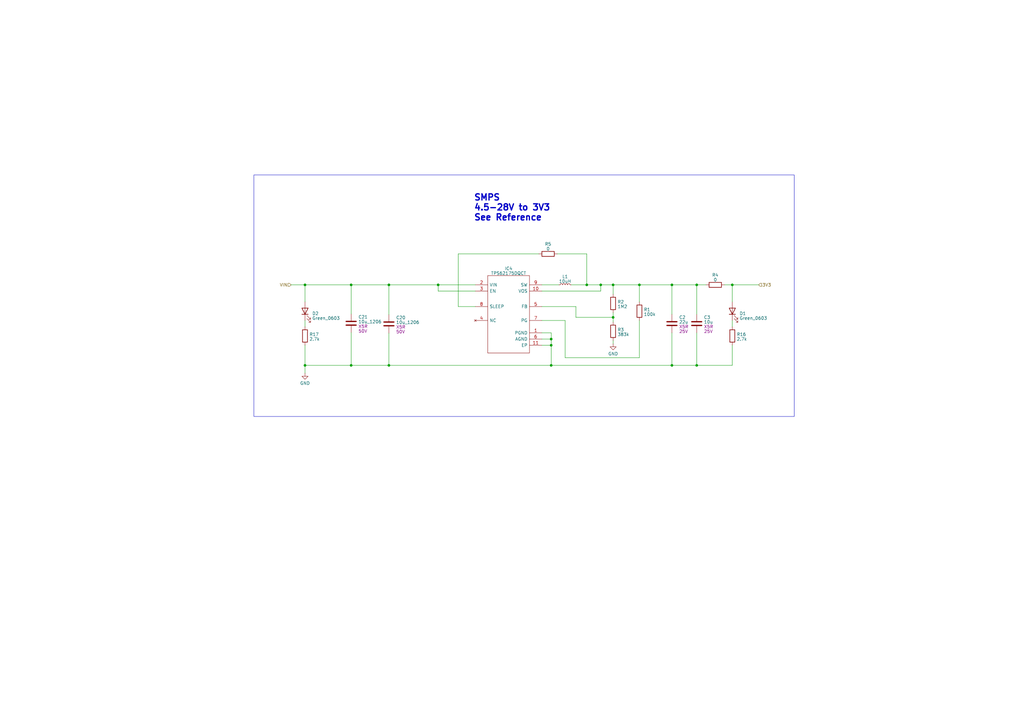
<source format=kicad_sch>
(kicad_sch (version 20230121) (generator eeschema)
  (paper "A3")
  (lib_symbols
    (symbol "Capacitor_JLC:10u" (pin_numbers hide) (pin_names (offset 0.254))
      (property "Reference" "C" (at 0.635 2.54 0))
      (property "Value" "10u" (at 0.635 -2.54 0))
      (property "Type" "X5R" (at 5.08 2.54 0))
      (property "Voltage" "25V" (at 5.08 0 0))
      (symbol "10u_0_1"
        (polyline (pts (xy -2.032 -0.762) (xy 2.032 -0.762)) (stroke (width 0.508)))
        (polyline (pts (xy -2.032 0.762) (xy 2.032 0.762)) (stroke (width 0.508)))
      )
      (symbol "10u_1_1"
        (pin passive line (at 0 3.81 270) (length 2.794) (name "~") (number "1"))
        (pin passive line (at 0 -3.81 90) (length 2.794) (name "~") (number "2"))
      )
    )
    (symbol "Capacitor_JLC:10u_1206" (pin_numbers hide) (pin_names (offset 0.254))
      (property "Reference" "C" (at 0.635 2.54 0))
      (property "Value" "10u_1206" (at 0.635 -2.54 0))
      (property "Type" "X5R" (at 5.08 2.54 0))
      (property "Voltage" "50V" (at 5.08 0 0))
      (symbol "10u_1206_0_1"
        (polyline (pts (xy -2.032 -0.762) (xy 2.032 -0.762)) (stroke (width 0.508)))
        (polyline (pts (xy -2.032 0.762) (xy 2.032 0.762)) (stroke (width 0.508)))
      )
      (symbol "10u_1206_1_1"
        (pin passive line (at 0 3.81 270) (length 2.794) (name "~") (number "1"))
        (pin passive line (at 0 -3.81 90) (length 2.794) (name "~") (number "2"))
      )
    )
    (symbol "Capacitor_JLC:22u" (pin_numbers hide) (pin_names (offset 0.254))
      (property "Reference" "C" (at 0.635 2.54 0))
      (property "Value" "22u" (at 0.635 -2.54 0))
      (property "Type" "X5R" (at 5.08 2.54 0))
      (property "Voltage" "25V" (at 5.08 0 0))
      (symbol "22u_0_1"
        (polyline (pts (xy -2.032 -0.762) (xy 2.032 -0.762)) (stroke (width 0.508)))
        (polyline (pts (xy -2.032 0.762) (xy 2.032 0.762)) (stroke (width 0.508)))
      )
      (symbol "22u_1_1"
        (pin passive line (at 0 3.81 270) (length 2.794) (name "~") (number "1"))
        (pin passive line (at 0 -3.81 90) (length 2.794) (name "~") (number "2"))
      )
    )
    (symbol "Diode_JLC:Green_0603" (pin_numbers hide) (pin_names (offset 1.016) hide)
      (property "Reference" "D" (at 0 5.08 0))
      (property "Value" "Green_0603" (at 0 3.175 0))
      (symbol "Green_0603_0_1"
        (polyline (pts (xy -1.27 -1.27) (xy -1.27 1.27)) (stroke (width 0.254)))
        (polyline (pts (xy -1.27 0) (xy 1.27 0)))
        (polyline (pts (xy 1.27 -1.27) (xy 1.27 1.27) (xy -1.27 0) (xy 1.27 -1.27)) (stroke (width 0.254)))
        (polyline (pts (xy -3.048 -0.762) (xy -4.572 -2.286) (xy -3.81 -2.286) (xy -4.572 -2.286) (xy -4.572 -1.524)))
        (polyline (pts (xy -1.778 -0.762) (xy -3.302 -2.286) (xy -2.54 -2.286) (xy -3.302 -2.286) (xy -3.302 -1.524)))
      )
      (symbol "Green_0603_1_1"
        (pin passive line (at -3.81 0 0) (length 2.54) (name "K") (number "1"))
        (pin passive line (at 3.81 0 180) (length 2.54) (name "A") (number "2"))
      )
    )
    (symbol "Inductor_JLC:10uH" (pin_numbers hide) (pin_names (offset 0.254) hide)
      (property "Reference" "L" (at 0.762 1.016 0))
      (property "Value" "10uH" (at 0.762 -1.016 0))
      (symbol "10uH_0_1"
        (arc (start 0 -2.032) (mid 0.5058 -1.524) (end 0 -1.016))
        (arc (start 0 -1.016) (mid 0.5058 -0.508) (end 0 0))
        (arc (start 0 0) (mid 0.5058 0.508) (end 0 1.016))
        (arc (start 0 1.016) (mid 0.5058 1.524) (end 0 2.032))
      )
      (symbol "10uH_1_1"
        (pin passive line (at 0 2.54 270) (length 0.508) (name "~") (number "1"))
        (pin passive line (at 0 -2.54 90) (length 0.508) (name "~") (number "2"))
      )
    )
    (symbol "Power-Drivers_JLC:TPS62175DQCT" (pin_names (offset 0.762))
      (property "Reference" "IC" (at 0 3.81 0))
      (property "Value" "TPS62175DQCT" (at 0 1.27 0))
      (symbol "TPS62175DQCT_0_0"
        (pin passive line (at 22.225 -23.495 180) (length 5.08) (name "PGND") (number "1"))
        (pin passive line (at 22.225 -6.35 180) (length 5.08) (name "VOS") (number "10"))
        (pin passive line (at 22.225 -28.575 180) (length 5.08) (name "EP") (number "11"))
        (pin passive line (at -5.08 -3.81 0) (length 5.08) (name "VIN") (number "2"))
        (pin passive line (at -5.08 -6.35 0) (length 5.08) (name "EN") (number "3"))
        (pin no_connect line (at -5.08 -18.415 0) (length 5.08) (name "NC") (number "4"))
        (pin passive line (at 22.225 -12.7 180) (length 5.08) (name "FB") (number "5"))
        (pin passive line (at 22.225 -26.035 180) (length 5.08) (name "AGND") (number "6"))
        (pin passive line (at 22.225 -18.415 180) (length 5.08) (name "PG") (number "7"))
        (pin passive line (at -5.08 -12.7 0) (length 5.08) (name "SLEEP") (number "8"))
        (pin passive line (at 22.225 -3.81 180) (length 5.08) (name "SW") (number "9"))
      )
      (symbol "TPS62175DQCT_0_1"
        (rectangle (start 0 0) (end 17.145 -31.75))
      )
    )
    (symbol "Resistor_JLC:0" (pin_numbers hide) (pin_names (offset 0))
      (property "Reference" "R" (at 2.032 0 90))
      (property "Value" "0" (at 0 0 90))
      (symbol "0_0_1"
        (rectangle (start -1.016 -2.54) (end 1.016 2.54) (stroke (width 0.254)))
      )
      (symbol "0_1_1"
        (pin passive line (at 0 3.81 270) (length 1.27) (name "~") (number "1"))
        (pin passive line (at 0 -3.81 90) (length 1.27) (name "~") (number "2"))
      )
    )
    (symbol "Resistor_JLC:100k" (pin_numbers hide) (pin_names (offset 0))
      (property "Reference" "R" (at 2.032 0 90))
      (property "Value" "100k" (at 0 0 90))
      (symbol "100k_0_1"
        (rectangle (start -1.016 -2.54) (end 1.016 2.54) (stroke (width 0.254)))
      )
      (symbol "100k_1_1"
        (pin passive line (at 0 3.81 270) (length 1.27) (name "~") (number "1"))
        (pin passive line (at 0 -3.81 90) (length 1.27) (name "~") (number "2"))
      )
    )
    (symbol "Resistor_JLC:1M2" (pin_numbers hide) (pin_names (offset 0))
      (property "Reference" "R" (at 2.032 0 90))
      (property "Value" "1M2" (at 0 0 90))
      (symbol "1M2_0_1"
        (rectangle (start -1.016 -2.54) (end 1.016 2.54) (stroke (width 0.254)))
      )
      (symbol "1M2_1_1"
        (pin passive line (at 0 3.81 270) (length 1.27) (name "~") (number "1"))
        (pin passive line (at 0 -3.81 90) (length 1.27) (name "~") (number "2"))
      )
    )
    (symbol "Resistor_JLC:2.7k" (pin_numbers hide) (pin_names (offset 0))
      (property "Reference" "R" (at 2.032 0 90))
      (property "Value" "2.7k" (at 0 0 90))
      (symbol "2.7k_0_1"
        (rectangle (start -1.016 -2.54) (end 1.016 2.54) (stroke (width 0.254)))
      )
      (symbol "2.7k_1_1"
        (pin passive line (at 0 3.81 270) (length 1.27) (name "~") (number "1"))
        (pin passive line (at 0 -3.81 90) (length 1.27) (name "~") (number "2"))
      )
    )
    (symbol "Resistor_JLC:383k" (pin_numbers hide) (pin_names (offset 0))
      (property "Reference" "R" (at 2.032 0 90))
      (property "Value" "383k" (at 0 0 90))
      (symbol "383k_0_1"
        (rectangle (start -1.016 -2.54) (end 1.016 2.54) (stroke (width 0.254)))
      )
      (symbol "383k_1_1"
        (pin passive line (at 0 3.81 270) (length 1.27) (name "~") (number "1"))
        (pin passive line (at 0 -3.81 90) (length 1.27) (name "~") (number "2"))
      )
    )
    (symbol "power:GND" (power) (pin_names (offset 0))
      (property "Value" "GND" (at 0 -3.81 0))
      (symbol "GND_0_1"
        (polyline (pts (xy 0 0) (xy 0 -1.27) (xy 1.27 -1.27) (xy 0 -2.54) (xy -1.27 -1.27) (xy 0 -1.27)))
      )
      (symbol "GND_1_1"
        (pin power_in line (at 0 0 270) (length 0) hide (name "GND") (number "1"))
      )
    )
  )
  (junction (at 125.095 116.84))
  (junction (at 300.355 116.84))
  (junction (at 275.59 149.86))
  (junction (at 285.75 149.86))
  (junction (at 262.255 116.84))
  (junction (at 226.06 141.605))
  (junction (at 179.705 116.84))
  (junction (at 226.06 139.065))
  (junction (at 246.38 116.84))
  (junction (at 251.46 116.84))
  (junction (at 159.512 149.86))
  (junction (at 275.59 116.84))
  (junction (at 144.018 149.86))
  (junction (at 240.665 116.84))
  (junction (at 251.46 130.175))
  (junction (at 125.095 149.86))
  (junction (at 144.018 116.84))
  (junction (at 285.75 116.84))
  (junction (at 159.512 116.84))
  (junction (at 226.06 149.86))
  (wire (pts (xy 125.095 131.445) (xy 125.095 133.985)))
  (wire (pts (xy 159.512 149.86) (xy 226.06 149.86)))
  (wire (pts (xy 275.59 136.525) (xy 275.59 149.86)))
  (wire (pts (xy 222.25 125.73) (xy 236.22 125.73)))
  (wire (pts (xy 144.018 136.398) (xy 144.018 149.86)))
  (wire (pts (xy 262.255 123.825) (xy 262.255 116.84)))
  (wire (pts (xy 262.255 146.685) (xy 262.255 131.445)))
  (wire (pts (xy 159.512 129.032) (xy 159.512 116.84)))
  (wire (pts (xy 226.06 136.525) (xy 226.06 139.065)))
  (wire (pts (xy 300.355 123.825) (xy 300.355 116.84)))
  (wire (pts (xy 125.095 123.825) (xy 125.095 116.84)))
  (wire (pts (xy 300.355 141.605) (xy 300.355 149.86)))
  (wire (pts (xy 222.25 119.38) (xy 246.38 119.38)))
  (wire (pts (xy 226.06 139.065) (xy 226.06 141.605)))
  (wire (pts (xy 236.22 130.175) (xy 251.46 130.175)))
  (wire (pts (xy 222.25 116.84) (xy 229.235 116.84)))
  (wire (pts (xy 246.38 119.38) (xy 246.38 116.84)))
  (wire (pts (xy 119.38 116.84) (xy 125.095 116.84)))
  (wire (pts (xy 187.96 125.73) (xy 187.96 104.14)))
  (wire (pts (xy 251.46 116.84) (xy 251.46 120.65)))
  (wire (pts (xy 275.59 116.84) (xy 262.255 116.84)))
  (wire (pts (xy 297.18 116.84) (xy 300.355 116.84)))
  (wire (pts (xy 159.512 136.652) (xy 159.512 149.86)))
  (wire (pts (xy 144.018 116.84) (xy 159.512 116.84)))
  (wire (pts (xy 285.75 136.525) (xy 285.75 149.86)))
  (wire (pts (xy 144.018 149.86) (xy 159.512 149.86)))
  (wire (pts (xy 125.095 149.86) (xy 125.095 153.035)))
  (wire (pts (xy 222.25 141.605) (xy 226.06 141.605)))
  (wire (pts (xy 251.46 139.7) (xy 251.46 140.97)))
  (wire (pts (xy 125.095 116.84) (xy 144.018 116.84)))
  (wire (pts (xy 125.095 149.86) (xy 144.018 149.86)))
  (wire (pts (xy 222.25 136.525) (xy 226.06 136.525)))
  (wire (pts (xy 144.018 128.778) (xy 144.018 116.84)))
  (wire (pts (xy 231.775 146.685) (xy 262.255 146.685)))
  (wire (pts (xy 231.775 131.445) (xy 231.775 146.685)))
  (wire (pts (xy 222.25 131.445) (xy 231.775 131.445)))
  (wire (pts (xy 285.75 149.86) (xy 275.59 149.86)))
  (wire (pts (xy 275.59 116.84) (xy 275.59 128.905)))
  (wire (pts (xy 275.59 149.86) (xy 226.06 149.86)))
  (wire (pts (xy 251.46 128.27) (xy 251.46 130.175)))
  (wire (pts (xy 222.25 139.065) (xy 226.06 139.065)))
  (wire (pts (xy 226.06 141.605) (xy 226.06 149.86)))
  (wire (pts (xy 179.705 119.38) (xy 179.705 116.84)))
  (wire (pts (xy 285.75 116.84) (xy 285.75 128.905)))
  (wire (pts (xy 262.255 116.84) (xy 251.46 116.84)))
  (wire (pts (xy 194.945 125.73) (xy 187.96 125.73)))
  (wire (pts (xy 275.59 116.84) (xy 285.75 116.84)))
  (wire (pts (xy 240.665 116.84) (xy 234.315 116.84)))
  (wire (pts (xy 194.945 116.84) (xy 179.705 116.84)))
  (wire (pts (xy 300.355 131.445) (xy 300.355 133.985)))
  (wire (pts (xy 187.96 104.14) (xy 220.98 104.14)))
  (wire (pts (xy 285.75 116.84) (xy 289.56 116.84)))
  (wire (pts (xy 251.46 116.84) (xy 246.38 116.84)))
  (wire (pts (xy 159.512 116.84) (xy 179.705 116.84)))
  (wire (pts (xy 251.46 130.175) (xy 251.46 132.08)))
  (wire (pts (xy 300.355 149.86) (xy 285.75 149.86)))
  (wire (pts (xy 228.6 104.14) (xy 240.665 104.14)))
  (wire (pts (xy 194.945 119.38) (xy 179.705 119.38)))
  (wire (pts (xy 240.665 104.14) (xy 240.665 116.84)))
  (wire (pts (xy 300.355 116.84) (xy 311.15 116.84)))
  (wire (pts (xy 125.095 141.605) (xy 125.095 149.86)))
  (wire (pts (xy 246.38 116.84) (xy 240.665 116.84)))
  (wire (pts (xy 236.22 125.73) (xy 236.22 130.175)))
  (rectangle (start 104.14 71.755) (end 325.755 170.815))
  (text "SMPS\n4.5-28V to 3V3\nSee Reference" (at 194.31 90.805 0) (effects (font (size 2.54 2.54) (thickness 0.508) bold) (justify left bottom)))
  (hierarchical_label "VIN" (shape input) (at 119.38 116.84 180))
  (hierarchical_label "3V3" (shape input) (at 311.15 116.84 0))
  (symbol (lib_id "Resistor_JLC:383k") (at 251.46 135.89 0) (unit 1)
    (property "Reference" "R3" (at 253.238 135.2463 0) (effects (justify left)))
    (property "Value" "383k" (at 253.238 137.1673 0) (effects (justify left)))
    (property "Footprint" "Resistor_SMD:R_0402_1005Metric" (effects hide))
    (property "LCSC" "C163468" (effects hide))
  )
  (symbol (lib_id "Capacitor_JLC:22u") (at 275.59 132.715 0) (unit 1)
    (property "Reference" "C2" (at 278.511 130.1503 0) (effects (justify left)))
    (property "Value" "22u" (at 278.511 132.0713 0) (effects (justify left)))
    (property "Footprint" "Capacitor_SMD:C_0805_2012Metric" (effects hide))
    (property "Type" "X5R" (at 278.511 133.9923 0) (effects (justify left)))
    (property "LCSC" "C602037" (effects hide))
    (property "Voltage" "25V" (at 278.511 135.9133 0) (effects (justify left)))
  )
  (symbol (lib_id "Resistor_JLC:100k") (at 262.255 127.635 0) (unit 1)
    (property "Reference" "R1" (at 264.033 126.9913 0) (effects (justify left)))
    (property "Value" "100k" (at 264.033 128.9123 0) (effects (justify left)))
    (property "Footprint" "Resistor_SMD:R_0402_1005Metric" (effects hide))
    (property "LCSC" "C25741" (effects hide))
  )
  (symbol (lib_id "Resistor_JLC:2.7k") (at 125.095 137.795 0) (unit 1)
    (property "Reference" "R17" (at 126.873 137.1513 0) (effects (justify left)))
    (property "Value" "2.7k" (at 126.873 139.0723 0) (effects (justify left)))
    (property "Footprint" "Resistor_SMD:R_0402_1005Metric" (effects hide))
    (property "LCSC" "C25885" (effects hide))
  )
  (symbol (lib_id "Diode_JLC:Green_0603") (at 300.355 127.635 90) (unit 1)
    (property "Reference" "D1" (at 303.276 128.5788 90) (effects (justify right)))
    (property "Value" "Green_0603" (at 303.276 130.4998 90) (effects (justify right)))
    (property "Footprint" "LED_SMD:LED_0603_1608Metric" (effects hide))
    (property "Datasheet" "https://datasheet.lcsc.com/lcsc/1811101510_Everlight-Elec-19-217-GHC-YR1S2-3T_C72043.pdf" (effects hide))
    (property "LCSC" "C72043" (effects hide))
  )
  (symbol (lib_id "Power-Drivers_JLC:TPS62175DQCT") (at 200.025 113.03 0) (unit 1)
    (property "Reference" "IC4" (at 208.5975 110.1471 0))
    (property "Value" "TPS62175DQCT" (at 208.5975 112.0681 0))
    (property "Footprint" "SON50P200X300X80-11N" (effects hide))
    (property "Datasheet" "http://www.ti.com/lit/ds/symlink/tps62175.pdf" (effects hide))
    (property "Description" "28V 0.5A StepDown Converter Sleep WSON10 Texas Instruments TPS62175DQCT, Step Down DC-DC Converter, 500mA, Adjustable, 1  6 V, 10-Pin WSON" (effects hide))
    (property "Height" "0.8" (effects hide))
    (property "Manufacturer_Name" "Texas Instruments" (effects hide))
    (property "Manufacturer_Part_Number" "TPS62175DQCT" (effects hide))
    (property "Mouser Part Number" "595-TPS62175DQCT" (effects hide))
    (property "Mouser Price/Stock" "https://www.mouser.co.uk/ProductDetail/Texas-Instruments/TPS62175DQCT?qs=4whTb%2F0XQMhBaDZDaJHbIw%3D%3D" (effects hide))
    (property "Arrow Part Number" "TPS62175DQCT" (effects hide))
    (property "Arrow Price/Stock" "https://www.arrow.com/en/products/tps62175dqct/texas-instruments?region=nac" (effects hide))
    (property "LCSC" "C32097" (effects hide))
  )
  (symbol (lib_id "Resistor_JLC:0") (at 293.37 116.84 90) (unit 1)
    (property "Reference" "R4" (at 293.37 112.8141 90))
    (property "Value" "0" (at 293.37 114.7351 90))
    (property "Footprint" "Resistor_SMD:R_0805_2012Metric_Pad1.20x1.40mm_HandSolder" (effects hide))
    (property "LCSC" "C17477" (effects hide))
  )
  (symbol (lib_id "Resistor_JLC:2.7k") (at 300.355 137.795 0) (unit 1)
    (property "Reference" "R16" (at 302.133 137.1513 0) (effects (justify left)))
    (property "Value" "2.7k" (at 302.133 139.0723 0) (effects (justify left)))
    (property "Footprint" "Resistor_SMD:R_0402_1005Metric" (effects hide))
    (property "LCSC" "C25885" (effects hide))
  )
  (symbol (lib_id "Diode_JLC:Green_0603") (at 125.095 127.635 90) (unit 1)
    (property "Reference" "D2" (at 128.016 128.5788 90) (effects (justify right)))
    (property "Value" "Green_0603" (at 128.016 130.4998 90) (effects (justify right)))
    (property "Footprint" "LED_SMD:LED_0603_1608Metric" (effects hide))
    (property "Datasheet" "https://datasheet.lcsc.com/lcsc/1811101510_Everlight-Elec-19-217-GHC-YR1S2-3T_C72043.pdf" (effects hide))
    (property "LCSC" "C72043" (effects hide))
  )
  (symbol (lib_id "Inductor_JLC:10uH") (at 231.775 116.84 90) (unit 1)
    (property "Reference" "L1" (at 231.775 113.4513 90))
    (property "Value" "10uH" (at 231.775 115.3723 90))
    (property "Footprint" "SamacSys_Parts:INDPM4040X300N" (effects hide))
    (property "Datasheet" "https://datasheet.lcsc.com/lcsc/2110091630_Sunlord-SWPA4030S100MT_C38117.pdf" (effects hide))
    (property "LCSC" "C38117" (effects hide))
  )
  (symbol (lib_id "power:GND") (at 125.095 153.035 0) (unit 1)
    (property "Reference" "#PWR02" (effects hide))
    (property "Value" "GND" (at 125.095 157.1705 0))
  )
  (symbol (lib_id "power:GND") (at 251.46 140.97 0) (unit 1)
    (property "Reference" "#PWR03" (effects hide))
    (property "Value" "GND" (at 251.46 145.1055 0))
  )
  (symbol (lib_id "Resistor_JLC:0") (at 224.79 104.14 90) (unit 1)
    (property "Reference" "R5" (at 224.79 100.1141 90))
    (property "Value" "0" (at 224.79 102.0351 90))
    (property "Footprint" "Resistor_SMD:R_0805_2012Metric_Pad1.20x1.40mm_HandSolder" (effects hide))
    (property "LCSC" "C17477" (effects hide))
  )
  (symbol (lib_id "Capacitor_JLC:10u_1206") (at 144.018 132.588 0) (unit 1)
    (property "Reference" "C21" (at 146.939 130.0233 0) (effects (justify left)))
    (property "Value" "10u_1206" (at 146.939 131.9443 0) (effects (justify left)))
    (property "Footprint" "Capacitor_SMD:C_1206_3216Metric" (effects hide))
    (property "Datasheet" "https://datasheet.lcsc.com/lcsc/1912111437_TDK-C3216X7R1V106MT000E_C361179.pdf" (effects hide))
    (property "Type" "X5R" (at 146.939 133.8653 0) (effects (justify left)))
    (property "LCSC" "C466808" (effects hide))
    (property "Voltage" "50V" (at 146.939 135.7863 0) (effects (justify left)))
  )
  (symbol (lib_id "Capacitor_JLC:10u_1206") (at 159.512 132.842 0) (unit 1)
    (property "Reference" "C20" (at 162.433 130.2773 0) (effects (justify left)))
    (property "Value" "10u_1206" (at 162.433 132.1983 0) (effects (justify left)))
    (property "Footprint" "Capacitor_SMD:C_1206_3216Metric" (effects hide))
    (property "Datasheet" "https://datasheet.lcsc.com/lcsc/1912111437_TDK-C3216X7R1V106MT000E_C361179.pdf" (effects hide))
    (property "Type" "X5R" (at 162.433 134.1193 0) (effects (justify left)))
    (property "LCSC" "C466808" (effects hide))
    (property "Voltage" "50V" (at 162.433 136.0403 0) (effects (justify left)))
  )
  (symbol (lib_id "Capacitor_JLC:10u") (at 285.75 132.715 0) (unit 1)
    (property "Reference" "C3" (at 288.671 130.1503 0) (effects (justify left)))
    (property "Value" "10u" (at 288.671 132.0713 0) (effects (justify left)))
    (property "Footprint" "Capacitor_SMD:C_0805_2012Metric" (effects hide))
    (property "Type" "X5R" (at 288.671 133.9923 0) (effects (justify left)))
    (property "LCSC" "C15850" (effects hide))
    (property "Voltage" "25V" (at 288.671 135.9133 0) (effects (justify left)))
  )
  (symbol (lib_id "Resistor_JLC:1M2") (at 251.46 124.46 0) (unit 1)
    (property "Reference" "R2" (at 253.238 123.8163 0) (effects (justify left)))
    (property "Value" "1M2" (at 253.238 125.7373 0) (effects (justify left)))
    (property "Footprint" "Resistor_SMD:R_0402_1005Metric" (effects hide))
    (property "LCSC" "C413030" (effects hide))
  )
)
</source>
